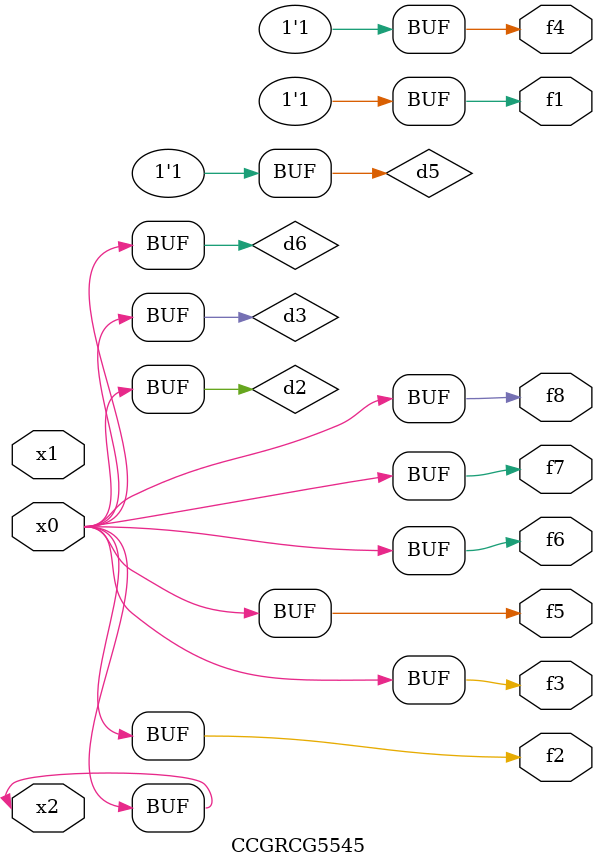
<source format=v>
module CCGRCG5545(
	input x0, x1, x2,
	output f1, f2, f3, f4, f5, f6, f7, f8
);

	wire d1, d2, d3, d4, d5, d6;

	xnor (d1, x2);
	buf (d2, x0, x2);
	and (d3, x0);
	xnor (d4, x1, x2);
	nand (d5, d1, d3);
	buf (d6, d2, d3);
	assign f1 = d5;
	assign f2 = d6;
	assign f3 = d6;
	assign f4 = d5;
	assign f5 = d6;
	assign f6 = d6;
	assign f7 = d6;
	assign f8 = d6;
endmodule

</source>
